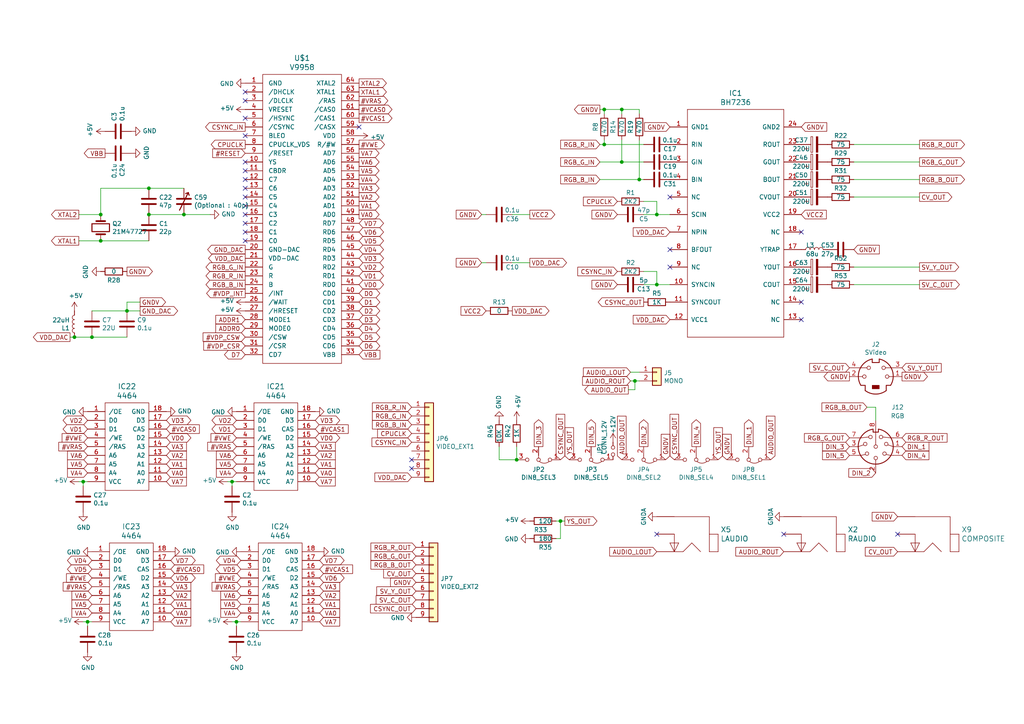
<source format=kicad_sch>
(kicad_sch (version 20211123) (generator eeschema)
  (paper "A4")
  (title_block (title "RetroconT") (date "2020-01-01") (rev "v1.0") (comment 1 "Original Eagle Cad Version by Kevin Cho, ckevin@hanmail.net") (comment 2 "KiCAD by cloudree@naver.com") (comment 3 "for Tower Model"))
  (lib_symbols
    (symbol "Connector:DIN-8" (pin_names (offset 1.016))
      (property "Reference" "J" (at 3.175 5.715 0))
      (property "Value" "DIN-8" (at 2.032 -5.842 0))
      (symbol "DIN-8_1_1"
        (pin passive line (at -7.62 0 0) (length 2.54) (name "~") (number "1"))
        (pin passive line (at 0 7.62 270) (length 2.54) (name "~") (number "2"))
        (pin passive line (at 7.62 0 180) (length 2.54) (name "~") (number "3"))
        (pin passive line (at -7.62 2.54 0) (length 2.54) (name "~") (number "4"))
        (pin passive line (at 7.62 2.54 180) (length 2.54) (name "~") (number "5"))
        (pin passive line (at -7.62 -2.54 0) (length 2.54) (name "~") (number "6"))
        (pin passive line (at 7.62 -2.54 180) (length 2.54) (name "~") (number "7"))
        (pin passive line (at 0 -7.62 90) (length 2.54) (name "~") (number "8"))
      )
    )
    (symbol "Connector:Mini-DIN-4" (pin_names (offset 1.016))
      (property "Reference" "J" (at 0 6.35 0))
      (property "Value" "Mini-DIN-4" (at 0 -6.35 0))
      (symbol "Mini-DIN-4_1_1"
        (pin passive line (at 7.62 0 180) (length 2.54) (name "~") (number "1"))
        (pin passive line (at -7.62 0 0) (length 2.54) (name "~") (number "2"))
        (pin passive line (at 7.62 2.54 180) (length 2.54) (name "~") (number "3"))
        (pin passive line (at -7.62 2.54 0) (length 2.54) (name "~") (number "4"))
      )
    )
    (symbol "Connector_Generic:Conn_01x02" (pin_names (offset 1.016) hide)
      (property "Reference" "J" (at 0 2.54 0))
      (property "Value" "Conn_01x02" (at 0 -5.08 0))
      (symbol "Conn_01x02_1_1"
        (pin passive line (at -5.08 0 0) (length 3.81) (name "Pin_1") (number "1"))
        (pin passive line (at -5.08 -2.54 0) (length 3.81) (name "Pin_2") (number "2"))
      )
    )
    (symbol "Connector_Generic:Conn_01x09" (pin_names (offset 1.016) hide)
      (property "Reference" "J" (at 0 12.7 0))
      (property "Value" "Conn_01x09" (at 0 -12.7 0))
      (symbol "Conn_01x09_1_1"
        (pin passive line (at -5.08 10.16 0) (length 3.81) (name "Pin_1") (number "1"))
        (pin passive line (at -5.08 7.62 0) (length 3.81) (name "Pin_2") (number "2"))
        (pin passive line (at -5.08 5.08 0) (length 3.81) (name "Pin_3") (number "3"))
        (pin passive line (at -5.08 2.54 0) (length 3.81) (name "Pin_4") (number "4"))
        (pin passive line (at -5.08 0 0) (length 3.81) (name "Pin_5") (number "5"))
        (pin passive line (at -5.08 -2.54 0) (length 3.81) (name "Pin_6") (number "6"))
        (pin passive line (at -5.08 -5.08 0) (length 3.81) (name "Pin_7") (number "7"))
        (pin passive line (at -5.08 -7.62 0) (length 3.81) (name "Pin_8") (number "8"))
        (pin passive line (at -5.08 -10.16 0) (length 3.81) (name "Pin_9") (number "9"))
      )
    )
    (symbol "Device:C" (pin_numbers hide) (pin_names (offset 0.254))
      (property "Reference" "C" (at 0.635 2.54 0))
      (property "Value" "C" (at 0.635 -2.54 0))
      (symbol "C_1_1"
        (pin passive line (at 0 3.81 270) (length 2.794) (name "~") (number "1"))
        (pin passive line (at 0 -3.81 90) (length 2.794) (name "~") (number "2"))
      )
    )
    (symbol "Device:CP" (pin_numbers hide) (pin_names (offset 0.254))
      (property "Reference" "C" (at 0.635 2.54 0))
      (property "Value" "Device_CP" (at 0.635 -2.54 0))
      (symbol "CP_1_1"
        (pin passive line (at 0 3.81 270) (length 2.794) (name "~") (number "1"))
        (pin passive line (at 0 -3.81 90) (length 2.794) (name "~") (number "2"))
      )
    )
    (symbol "Device:C_Variable" (pin_numbers hide) (pin_names (offset 0.254) hide)
      (property "Reference" "C" (at 0.635 -1.905 0))
      (property "Value" "C_Variable" (at 0.635 -3.81 0))
      (symbol "C_Variable_1_1"
        (pin passive line (at 0 3.81 270) (length 3.048) (name "~") (number "1"))
        (pin passive line (at 0 -3.81 90) (length 3.048) (name "~") (number "2"))
      )
    )
    (symbol "Device:Crystal" (pin_numbers hide) (pin_names (offset 1.016) hide)
      (property "Reference" "Y" (at 0 3.81 0))
      (property "Value" "Crystal" (at 0 -3.81 0))
      (symbol "Crystal_1_1"
        (pin passive line (at -3.81 0 0) (length 1.27) (name "1") (number "1"))
        (pin passive line (at 3.81 0 180) (length 1.27) (name "2") (number "2"))
      )
    )
    (symbol "Device:Jumper_NO_Small" (pin_numbers hide) (pin_names (offset 0.762) hide)
      (property "Reference" "JP" (at 0 2.032 0))
      (property "Value" "Device_Jumper_NO_Small" (at 0.254 -1.524 0))
      (symbol "Jumper_NO_Small_0_1"
        (pin passive line (at -2.54 0 0) (length 1.016) (name "1") (number "1"))
        (pin passive line (at 2.54 0 180) (length 1.016) (name "2") (number "2"))
      )
    )
    (symbol "Device:L" (pin_numbers hide) (pin_names (offset 1.016) hide)
      (property "Reference" "L" (at -1.27 0 90))
      (property "Value" "L" (at 1.905 0 90))
      (symbol "L_1_1"
        (pin passive line (at 0 3.81 270) (length 1.27) (name "1") (number "1"))
        (pin passive line (at 0 -3.81 90) (length 1.27) (name "2") (number "2"))
      )
    )
    (symbol "Device:R" (pin_numbers hide) (pin_names (offset 0))
      (property "Reference" "R" (at 2.032 0 90))
      (property "Value" "R" (at 0 0 90))
      (symbol "R_1_1"
        (pin passive line (at 0 3.81 270) (length 1.27) (name "~") (number "1"))
        (pin passive line (at 0 -3.81 90) (length 1.27) (name "~") (number "2"))
      )
    )
    (symbol "Jumper:Jumper_3_Bridged12" (pin_names (offset 0) hide)
      (property "Reference" "JP" (at -2.54 -2.54 0))
      (property "Value" "Jumper_3_Bridged12" (at 0 2.794 0))
      (symbol "Jumper_3_Bridged12_1_1"
        (pin passive line (at -6.35 0 0) (length 2.54) (name "A") (number "1"))
        (pin input line (at 0 -3.81 90) (length 2.54) (name "C") (number "2"))
        (pin passive line (at 6.35 0 180) (length 2.54) (name "B") (number "3"))
      )
    )
    (symbol "RetroConT-rescue:4464-cloudree_memory-RetroCon-rescue" (pin_names (offset 1.016))
      (property "Reference" "U" (at 3.81 13.97 0))
      (property "Value" "4464-cloudree_memory-RetroCon-rescue" (at -3.81 13.97 0))
      (symbol "4464-cloudree_memory-RetroCon-rescue_1_1"
        (pin input line (at -11.43 10.16 0) (length 5.08) (name "/OE") (number "1"))
        (pin input line (at 11.43 -10.16 180) (length 5.08) (name "A7") (number "10"))
        (pin input line (at 11.43 -7.62 180) (length 5.08) (name "A0") (number "11"))
        (pin input line (at 11.43 -5.08 180) (length 5.08) (name "A1") (number "12"))
        (pin input line (at 11.43 -2.54 180) (length 5.08) (name "A2") (number "13"))
        (pin input line (at 11.43 0 180) (length 5.08) (name "A3") (number "14"))
        (pin bidirectional line (at 11.43 2.54 180) (length 5.08) (name "D2") (number "15"))
        (pin input line (at 11.43 5.08 180) (length 5.08) (name "CAS") (number "16"))
        (pin bidirectional line (at 11.43 7.62 180) (length 5.08) (name "D3") (number "17"))
        (pin input line (at 11.43 10.16 180) (length 5.08) (name "GND") (number "18"))
        (pin bidirectional line (at -11.43 7.62 0) (length 5.08) (name "D0") (number "2"))
        (pin bidirectional line (at -11.43 5.08 0) (length 5.08) (name "D1") (number "3"))
        (pin input line (at -11.43 2.54 0) (length 5.08) (name "/WE") (number "4"))
        (pin input line (at -11.43 0 0) (length 5.08) (name "/RAS") (number "5"))
        (pin input line (at -11.43 -2.54 0) (length 5.08) (name "A6") (number "6"))
        (pin input line (at -11.43 -5.08 0) (length 5.08) (name "A5") (number "7"))
        (pin input line (at -11.43 -7.62 0) (length 5.08) (name "A4") (number "8"))
        (pin input line (at -11.43 -10.16 0) (length 5.08) (name "VCC") (number "9"))
      )
    )
    (symbol "RetroConT-rescue:BH7236-cloudree_amp" (pin_names (offset 1.016))
      (property "Value" "BH7236-cloudree_amp" (at -5.08 25.4 0))
      (symbol "BH7236-cloudree_amp_1_0"
        (pin bidirectional line (at -20.32 20.32 0) (length 5.08) (name "GND1") (number "1"))
        (pin bidirectional line (at -20.32 -25.4 0) (length 5.08) (name "SYNCIN") (number "10"))
        (pin bidirectional line (at -20.32 -30.48 0) (length 5.08) (name "SYNCOUT") (number "11"))
        (pin bidirectional line (at -20.32 -35.56 0) (length 5.08) (name "VCC1") (number "12"))
        (pin bidirectional line (at 17.78 -35.56 180) (length 5.08) (name "NC") (number "13"))
        (pin bidirectional line (at 17.78 -30.48 180) (length 5.08) (name "NC") (number "14"))
        (pin bidirectional line (at 17.78 -25.4 180) (length 5.08) (name "COUT") (number "15"))
        (pin bidirectional line (at 17.78 -20.32 180) (length 5.08) (name "YOUT") (number "16"))
        (pin bidirectional line (at 17.78 -15.24 180) (length 5.08) (name "YTRAP") (number "17"))
        (pin bidirectional line (at 17.78 -10.16 180) (length 5.08) (name "NC") (number "18"))
        (pin bidirectional line (at 17.78 -5.08 180) (length 5.08) (name "VCC2") (number "19"))
        (pin bidirectional line (at -20.32 15.24 0) (length 5.08) (name "RIN") (number "2"))
        (pin bidirectional line (at 17.78 0 180) (length 5.08) (name "CVOUT") (number "20"))
        (pin bidirectional line (at 17.78 5.08 180) (length 5.08) (name "BOUT") (number "21"))
        (pin bidirectional line (at 17.78 10.16 180) (length 5.08) (name "GOUT") (number "22"))
        (pin bidirectional line (at 17.78 15.24 180) (length 5.08) (name "ROUT") (number "23"))
        (pin bidirectional line (at 17.78 20.32 180) (length 5.08) (name "GND2") (number "24"))
        (pin bidirectional line (at -20.32 10.16 0) (length 5.08) (name "GIN") (number "3"))
        (pin bidirectional line (at -20.32 5.08 0) (length 5.08) (name "BIN") (number "4"))
        (pin bidirectional line (at -20.32 0 0) (length 5.08) (name "NC") (number "5"))
        (pin bidirectional line (at -20.32 -5.08 0) (length 5.08) (name "SCIN") (number "6"))
        (pin bidirectional line (at -20.32 -10.16 0) (length 5.08) (name "NPIN") (number "7"))
        (pin bidirectional line (at -20.32 -15.24 0) (length 5.08) (name "BFOUT") (number "8"))
        (pin bidirectional line (at -20.32 -20.32 0) (length 5.08) (name "NC") (number "9"))
      )
    )
    (symbol "RetroConT-rescue:PJRAN1X1U03AUX-RetroCon-eagle-import-RetroCon-rescue" (pin_names (offset 1.016))
      (property "Reference" "X" (at -2.54 8.89 0))
      (property "Value" "PJRAN1X1U03AUX-RetroCon-eagle-import-RetroCon-rescue" (at -2.54 -3.81 0))
      (symbol "PJRAN1X1U03AUX-RetroCon-eagle-import-RetroCon-rescue_1_0"
        (pin passive line (at 7.62 -5.08 180) (length 5.08) (name "1") (number "1"))
        (pin passive line (at 7.62 5.08 180) (length 5.08) (name "2") (number "2"))
        (pin passive line (at 7.62 0 180) (length 5.08) (name "3") (number "3"))
      )
    )
    (symbol "RetroConT-rescue:V9958-cloudree_msx-RetroCon-rescue" (pin_names (offset 1.6256))
      (property "Reference" "U" (at 7.62 43.18 0))
      (property "Value" "V9958-cloudree_msx-RetroCon-rescue" (at -5.08 43.18 0))
      (symbol "V9958-cloudree_msx-RetroCon-rescue_1_1"
        (pin power_in line (at -16.51 39.37 0) (length 5.08) (name "GND") (number "1"))
        (pin output line (at -16.51 16.51 0) (length 5.08) (name "YS") (number "10"))
        (pin input line (at -16.51 13.97 0) (length 5.08) (name "CBDR") (number "11"))
        (pin input line (at -16.51 11.43 0) (length 5.08) (name "C7") (number "12"))
        (pin input line (at -16.51 8.89 0) (length 5.08) (name "C6") (number "13"))
        (pin input line (at -16.51 6.35 0) (length 5.08) (name "C5") (number "14"))
        (pin input line (at -16.51 3.81 0) (length 5.08) (name "C4") (number "15"))
        (pin input line (at -16.51 1.27 0) (length 5.08) (name "C3") (number "16"))
        (pin input line (at -16.51 -1.27 0) (length 5.08) (name "C2") (number "17"))
        (pin input line (at -16.51 -3.81 0) (length 5.08) (name "C1") (number "18"))
        (pin input line (at -16.51 -6.35 0) (length 5.08) (name "C0") (number "19"))
        (pin input line (at -16.51 36.83 0) (length 5.08) (name "/DHCLK") (number "2"))
        (pin input line (at -16.51 -8.89 0) (length 5.08) (name "GND-DAC") (number "20"))
        (pin input line (at -16.51 -11.43 0) (length 5.08) (name "VDD-DAC") (number "21"))
        (pin output line (at -16.51 -13.97 0) (length 5.08) (name "G") (number "22"))
        (pin output line (at -16.51 -16.51 0) (length 5.08) (name "R") (number "23"))
        (pin output line (at -16.51 -19.05 0) (length 5.08) (name "B") (number "24"))
        (pin input line (at -16.51 -21.59 0) (length 5.08) (name "/INT") (number "25"))
        (pin input line (at -16.51 -24.13 0) (length 5.08) (name "/WAIT") (number "26"))
        (pin input line (at -16.51 -26.67 0) (length 5.08) (name "/HRESET") (number "27"))
        (pin input line (at -16.51 -29.21 0) (length 5.08) (name "MODE1") (number "28"))
        (pin input line (at -16.51 -31.75 0) (length 5.08) (name "MODE0") (number "29"))
        (pin input line (at -16.51 34.29 0) (length 5.08) (name "/DLCLK") (number "3"))
        (pin input line (at -16.51 -34.29 0) (length 5.08) (name "/CSW") (number "30"))
        (pin input line (at -16.51 -36.83 0) (length 5.08) (name "/CSR") (number "31"))
        (pin input line (at -16.51 -39.37 0) (length 5.08) (name "CD7") (number "32"))
        (pin input line (at 16.51 -39.37 180) (length 5.08) (name "VBB") (number "33"))
        (pin bidirectional line (at 16.51 -36.83 180) (length 5.08) (name "CD6") (number "34"))
        (pin bidirectional line (at 16.51 -34.29 180) (length 5.08) (name "CD5") (number "35"))
        (pin bidirectional line (at 16.51 -31.75 180) (length 5.08) (name "CD4") (number "36"))
        (pin bidirectional line (at 16.51 -29.21 180) (length 5.08) (name "CD3") (number "37"))
        (pin bidirectional line (at 16.51 -26.67 180) (length 5.08) (name "CD2") (number "38"))
        (pin bidirectional line (at 16.51 -24.13 180) (length 5.08) (name "CD1") (number "39"))
        (pin input line (at -16.51 31.75 0) (length 5.08) (name "VRESET") (number "4"))
        (pin bidirectional line (at 16.51 -21.59 180) (length 5.08) (name "CD0") (number "40"))
        (pin bidirectional line (at 16.51 -19.05 180) (length 5.08) (name "RD0") (number "41"))
        (pin bidirectional line (at 16.51 -16.51 180) (length 5.08) (name "RD1") (number "42"))
        (pin bidirectional line (at 16.51 -13.97 180) (length 5.08) (name "RD2") (number "43"))
        (pin bidirectional line (at 16.51 -11.43 180) (length 5.08) (name "RD3") (number "44"))
        (pin bidirectional line (at 16.51 -8.89 180) (length 5.08) (name "RD4") (number "45"))
        (pin bidirectional line (at 16.51 -6.35 180) (length 5.08) (name "RD5") (number "46"))
        (pin bidirectional line (at 16.51 -3.81 180) (length 5.08) (name "RD6") (number "47"))
        (pin bidirectional line (at 16.51 -1.27 180) (length 5.08) (name "RD7") (number "48"))
        (pin output line (at 16.51 1.27 180) (length 5.08) (name "AD0") (number "49"))
        (pin output line (at -16.51 29.21 0) (length 5.08) (name "/HSYNC") (number "5"))
        (pin output line (at 16.51 3.81 180) (length 5.08) (name "AD1") (number "50"))
        (pin output line (at 16.51 6.35 180) (length 5.08) (name "AD2") (number "51"))
        (pin output line (at 16.51 8.89 180) (length 5.08) (name "AD3") (number "52"))
        (pin output line (at 16.51 11.43 180) (length 5.08) (name "AD4") (number "53"))
        (pin output line (at 16.51 13.97 180) (length 5.08) (name "AD5") (number "54"))
        (pin output line (at 16.51 16.51 180) (length 5.08) (name "AD6") (number "55"))
        (pin output line (at 16.51 19.05 180) (length 5.08) (name "AD7") (number "56"))
        (pin output line (at 16.51 21.59 180) (length 5.08) (name "R/#W") (number "57"))
        (pin power_in line (at 16.51 24.13 180) (length 5.08) (name "VDD") (number "58"))
        (pin output line (at 16.51 26.67 180) (length 5.08) (name "/CASX") (number "59"))
        (pin output line (at -16.51 26.67 0) (length 5.08) (name "/CSYNC") (number "6"))
        (pin output line (at 16.51 29.21 180) (length 5.08) (name "/CAS1") (number "60"))
        (pin output line (at 16.51 31.75 180) (length 5.08) (name "/CAS0") (number "61"))
        (pin output line (at 16.51 34.29 180) (length 5.08) (name "/RAS") (number "62"))
        (pin input line (at 16.51 36.83 180) (length 5.08) (name "XTAL1") (number "63"))
        (pin input line (at 16.51 39.37 180) (length 5.08) (name "XTAL2") (number "64"))
        (pin input line (at -16.51 24.13 0) (length 5.08) (name "BLEO") (number "7"))
        (pin output line (at -16.51 21.59 0) (length 5.08) (name "CPUCLK_VDS") (number "8"))
        (pin input line (at -16.51 19.05 0) (length 5.08) (name "/RESET") (number "9"))
      )
    )
    (symbol "power:+12V" (power) (pin_names (offset 0))
      (property "Value" "+12V" (at 0 3.556 0))
      (symbol "+12V_1_1"
        (pin power_in line (at 0 0 90) (length 0) hide (name "+12V") (number "1"))
      )
    )
    (symbol "power:+5V" (power) (pin_names (offset 0))
      (property "Value" "+5V" (at 0 3.556 0))
      (symbol "+5V_1_1"
        (pin power_in line (at 0 0 90) (length 0) hide (name "+5V") (number "1"))
      )
    )
    (symbol "power:GND" (power) (pin_names (offset 0))
      (property "Value" "GND" (at 0 -3.81 0))
      (symbol "GND_1_1"
        (pin power_in line (at 0 0 270) (length 0) hide (name "GND") (number "1"))
      )
    )
    (symbol "power:GNDA" (power) (pin_names (offset 0))
      (property "Value" "GNDA" (at 0 -3.81 0))
      (symbol "GNDA_1_1"
        (pin power_in line (at 0 0 270) (length 0) hide (name "GNDA") (number "1"))
      )
    )
  )
  (junction (at 29.21 69.85))
  (junction (at 67.31 139.7))
  (junction (at 25.4 180.34))
  (junction (at 68.58 180.34))
  (junction (at 180.34 46.99))
  (junction (at 43.18 54.61))
  (junction (at 185.42 52.07))
  (junction (at 21.59 97.79))
  (junction (at 190.5 62.23))
  (junction (at 162.56 151.13))
  (junction (at 26.67 97.79))
  (junction (at 29.21 62.23))
  (junction (at 24.13 139.7))
  (junction (at 36.83 90.17))
  (junction (at 53.34 62.23))
  (junction (at 175.26 31.75))
  (junction (at 184.15 110.49))
  (junction (at 43.18 62.23))
  (junction (at 180.34 31.75))
  (junction (at 190.5 82.55))
  (junction (at 175.26 41.91))
  (junction (at 149.86 133.35))
  (no_connect (at 71.12 29.21))
  (no_connect (at 232.41 67.31))
  (no_connect (at 71.12 34.29))
  (no_connect (at 190.5 154.94))
  (no_connect (at 71.12 62.23))
  (no_connect (at 104.14 36.83))
  (no_connect (at 71.12 67.31))
  (no_connect (at 260.35 154.94))
  (no_connect (at 71.12 39.37))
  (no_connect (at 227.33 154.94))
  (no_connect (at 71.12 54.61))
  (no_connect (at 194.31 72.39))
  (no_connect (at 71.12 64.77))
  (no_connect (at 194.31 77.47))
  (no_connect (at 232.41 87.63))
  (no_connect (at 119.38 135.89))
  (no_connect (at 71.12 59.69))
  (no_connect (at 71.12 57.15))
  (no_connect (at 71.12 69.85))
  (no_connect (at 119.38 133.35))
  (no_connect (at 232.41 92.71))
  (no_connect (at 71.12 46.99))
  (no_connect (at 71.12 52.07))
  (no_connect (at 71.12 26.67))
  (no_connect (at 71.12 49.53))
  (no_connect (at 194.31 57.15))
  (wire (pts (xy 185.42 52.07) (xy 173.99 52.07)))
  (wire (pts (xy 180.34 40.64) (xy 180.34 46.99)))
  (wire (pts (xy 180.34 33.02) (xy 180.34 31.75)))
  (wire (pts (xy 26.67 97.79) (xy 36.83 97.79)))
  (wire (pts (xy 69.85 180.34) (xy 68.58 180.34)))
  (wire (pts (xy 29.21 69.85) (xy 43.18 69.85)))
  (wire (pts (xy 24.13 139.7) (xy 24.13 140.97)))
  (wire (pts (xy 25.4 180.34) (xy 25.4 181.61)))
  (wire (pts (xy 25.4 139.7) (xy 24.13 139.7)))
  (wire (pts (xy 68.58 180.34) (xy 67.31 180.34)))
  (wire (pts (xy 148.59 76.2) (xy 153.67 76.2)))
  (wire (pts (xy 180.34 46.99) (xy 186.69 46.99)))
  (wire (pts (xy 247.65 46.99) (xy 266.7 46.99)))
  (wire (pts (xy 186.69 82.55) (xy 190.5 82.55)))
  (wire (pts (xy 68.58 139.7) (xy 67.31 139.7)))
  (wire (pts (xy 185.42 31.75) (xy 180.34 31.75)))
  (wire (pts (xy 190.5 58.42) (xy 186.69 58.42)))
  (wire (pts (xy 247.65 77.47) (xy 266.7 77.47)))
  (wire (pts (xy 53.34 54.61) (xy 43.18 54.61)))
  (wire (pts (xy 25.4 180.34) (xy 24.13 180.34)))
  (wire (pts (xy 185.42 33.02) (xy 185.42 31.75)))
  (wire (pts (xy 68.58 180.34) (xy 68.58 181.61)))
  (wire (pts (xy 247.65 52.07) (xy 266.7 52.07)))
  (wire (pts (xy 21.59 97.79) (xy 20.32 97.79)))
  (wire (pts (xy 40.64 90.17) (xy 36.83 90.17)))
  (wire (pts (xy 185.42 110.49) (xy 184.15 110.49)))
  (wire (pts (xy 175.26 33.02) (xy 175.26 31.75)))
  (wire (pts (xy 43.18 54.61) (xy 29.21 54.61)))
  (wire (pts (xy 190.5 78.74) (xy 190.5 82.55)))
  (wire (pts (xy 182.245 113.03) (xy 184.15 113.03)))
  (wire (pts (xy 247.65 57.15) (xy 266.7 57.15)))
  (wire (pts (xy 26.67 180.34) (xy 25.4 180.34)))
  (wire (pts (xy 26.67 90.17) (xy 36.83 90.17)))
  (wire (pts (xy 254 118.11) (xy 254 121.92)))
  (wire (pts (xy 29.21 54.61) (xy 29.21 62.23)))
  (wire (pts (xy 26.67 97.79) (xy 21.59 97.79)))
  (wire (pts (xy 67.31 139.7) (xy 67.31 140.97)))
  (wire (pts (xy 190.5 62.23) (xy 190.5 58.42)))
  (wire (pts (xy 247.65 41.91) (xy 266.7 41.91)))
  (wire (pts (xy 186.69 52.07) (xy 185.42 52.07)))
  (wire (pts (xy 67.31 139.7) (xy 66.04 139.7)))
  (wire (pts (xy 175.26 31.75) (xy 173.99 31.75)))
  (wire (pts (xy 53.34 62.23) (xy 60.96 62.23)))
  (wire (pts (xy 162.56 151.13) (xy 163.83 151.13)))
  (wire (pts (xy 173.99 46.99) (xy 180.34 46.99)))
  (wire (pts (xy 247.65 82.55) (xy 266.7 82.55)))
  (wire (pts (xy 24.13 139.7) (xy 22.86 139.7)))
  (wire (pts (xy 161.29 151.13) (xy 162.56 151.13)))
  (wire (pts (xy 194.31 62.23) (xy 190.5 62.23)))
  (wire (pts (xy 190.5 82.55) (xy 194.31 82.55)))
  (wire (pts (xy 184.15 113.03) (xy 184.15 110.49)))
  (wire (pts (xy 175.26 41.91) (xy 173.99 41.91)))
  (wire (pts (xy 144.78 129.54) (xy 144.78 133.35)))
  (wire (pts (xy 139.7 76.2) (xy 140.97 76.2)))
  (wire (pts (xy 182.88 107.95) (xy 185.42 107.95)))
  (wire (pts (xy 22.86 62.23) (xy 29.21 62.23)))
  (wire (pts (xy 149.86 129.54) (xy 149.86 133.35)))
  (wire (pts (xy 36.83 87.63) (xy 36.83 90.17)))
  (wire (pts (xy 43.18 62.23) (xy 53.34 62.23)))
  (wire (pts (xy 40.64 87.63) (xy 36.83 87.63)))
  (wire (pts (xy 186.69 41.91) (xy 175.26 41.91)))
  (wire (pts (xy 140.97 62.23) (xy 139.7 62.23)))
  (wire (pts (xy 162.56 151.13) (xy 162.56 156.21)))
  (wire (pts (xy 175.26 40.64) (xy 175.26 41.91)))
  (wire (pts (xy 144.78 133.35) (xy 149.86 133.35)))
  (wire (pts (xy 161.29 156.21) (xy 162.56 156.21)))
  (wire (pts (xy 180.34 31.75) (xy 175.26 31.75)))
  (wire (pts (xy 186.69 62.23) (xy 190.5 62.23)))
  (wire (pts (xy 251.46 118.11) (xy 254 118.11)))
  (wire (pts (xy 184.15 110.49) (xy 182.88 110.49)))
  (wire (pts (xy 22.86 69.85) (xy 29.21 69.85)))
  (wire (pts (xy 148.59 62.23) (xy 153.67 62.23)))
  (wire (pts (xy 186.69 78.74) (xy 190.5 78.74)))
  (wire (pts (xy 185.42 40.64) (xy 185.42 52.07)))
  (global_label "CSYNC_IN" (shape input) (at 119.38 128.27 180) (property "Intersheet References" "${INTERSHEET_REFS}" (effects hide)))
  (global_label "VA1" (shape input) (at 91.44 134.62 0) (property "Intersheet References" "${INTERSHEET_REFS}" (effects hide)))
  (global_label "SV_Y_OUT" (shape input) (at 261.62 106.68 0) (property "Intersheet References" "${INTERSHEET_REFS}" (effects hide)))
  (global_label "VCC2" (shape output) (at 153.67 62.23 0) (property "Intersheet References" "${INTERSHEET_REFS}" (effects hide)))
  (global_label "VA2" (shape input) (at 92.71 172.72 0) (property "Intersheet References" "${INTERSHEET_REFS}" (effects hide)))
  (global_label "GNDV" (shape input) (at 139.7 76.2 180) (property "Intersheet References" "${INTERSHEET_REFS}" (effects hide)))
  (global_label "GNDV" (shape input) (at 194.31 36.83 180) (property "Intersheet References" "${INTERSHEET_REFS}" (effects hide)))
  (global_label "#VRAS" (shape input) (at 25.4 129.54 180) (property "Intersheet References" "${INTERSHEET_REFS}" (effects hide)))
  (global_label "VD2" (shape bidirectional) (at 25.4 121.92 180) (property "Intersheet References" "${INTERSHEET_REFS}" (effects hide)))
  (global_label "VD0" (shape bidirectional) (at 104.14 82.55 0) (property "Intersheet References" "${INTERSHEET_REFS}" (effects hide)))
  (global_label "VDD_DAC" (shape output) (at 148.59 90.17 0) (property "Intersheet References" "${INTERSHEET_REFS}" (effects hide)))
  (global_label "GNDV" (shape input) (at 139.7 62.23 180) (property "Intersheet References" "${INTERSHEET_REFS}" (effects hide)))
  (global_label "GNDV" (shape output) (at 261.62 109.22 0) (property "Intersheet References" "${INTERSHEET_REFS}" (effects hide)))
  (global_label "GNDV" (shape input) (at 120.65 168.91 180) (property "Intersheet References" "${INTERSHEET_REFS}" (effects hide)))
  (global_label "RGB_G_IN" (shape input) (at 173.99 46.99 180) (property "Intersheet References" "${INTERSHEET_REFS}" (effects hide)))
  (global_label "CV_OUT" (shape output) (at 266.7 57.15 0) (property "Intersheet References" "${INTERSHEET_REFS}" (effects hide)))
  (global_label "VA7" (shape input) (at 92.71 180.34 0) (property "Intersheet References" "${INTERSHEET_REFS}" (effects hide)))
  (global_label "VD2" (shape bidirectional) (at 68.58 121.92 180) (property "Intersheet References" "${INTERSHEET_REFS}" (effects hide)))
  (global_label "VD6" (shape bidirectional) (at 104.14 67.31 0) (property "Intersheet References" "${INTERSHEET_REFS}" (effects hide)))
  (global_label "#VCAS0" (shape input) (at 48.26 124.46 0) (property "Intersheet References" "${INTERSHEET_REFS}" (effects hide)))
  (global_label "VA4" (shape output) (at 104.14 52.07 0) (property "Intersheet References" "${INTERSHEET_REFS}" (effects hide)))
  (global_label "VD5" (shape bidirectional) (at 26.67 165.1 180) (property "Intersheet References" "${INTERSHEET_REFS}" (effects hide)))
  (global_label "RGB_G_IN" (shape output) (at 71.12 77.47 180) (property "Intersheet References" "${INTERSHEET_REFS}" (effects hide)))
  (global_label "RGB_G_IN" (shape input) (at 119.38 120.65 180) (property "Intersheet References" "${INTERSHEET_REFS}" (effects hide)))
  (global_label "CSYNC_OUT" (shape input) (at 120.65 176.53 180) (property "Intersheet References" "${INTERSHEET_REFS}" (effects hide)))
  (global_label "VA0" (shape input) (at 48.26 137.16 0) (property "Intersheet References" "${INTERSHEET_REFS}" (effects hide)))
  (global_label "#VRAS" (shape input) (at 69.85 170.18 180) (property "Intersheet References" "${INTERSHEET_REFS}" (effects hide)))
  (global_label "YS_OUT" (shape input) (at 165.1 133.35 90) (property "Intersheet References" "${INTERSHEET_REFS}" (effects hide)))
  (global_label "GND_DAC" (shape output) (at 40.64 90.17 0) (property "Intersheet References" "${INTERSHEET_REFS}" (effects hide)))
  (global_label "VD0" (shape bidirectional) (at 91.44 127 0) (property "Intersheet References" "${INTERSHEET_REFS}" (effects hide)))
  (global_label "VA5" (shape input) (at 69.85 175.26 180) (property "Intersheet References" "${INTERSHEET_REFS}" (effects hide)))
  (global_label "VA2" (shape input) (at 48.26 132.08 0) (property "Intersheet References" "${INTERSHEET_REFS}" (effects hide)))
  (global_label "DIN_1" (shape output) (at 217.17 129.54 90) (property "Intersheet References" "${INTERSHEET_REFS}" (effects hide)))
  (global_label "VA2" (shape output) (at 104.14 57.15 0) (property "Intersheet References" "${INTERSHEET_REFS}" (effects hide)))
  (global_label "GNDV" (shape input) (at 179.07 62.23 180) (property "Intersheet References" "${INTERSHEET_REFS}" (effects hide)))
  (global_label "XTAL2" (shape output) (at 104.14 24.13 0) (property "Intersheet References" "${INTERSHEET_REFS}" (effects hide)))
  (global_label "RGB_R_OUT" (shape input) (at 120.65 158.75 180) (property "Intersheet References" "${INTERSHEET_REFS}" (effects hide)))
  (global_label "#VCAS0" (shape output) (at 104.14 31.75 0) (property "Intersheet References" "${INTERSHEET_REFS}" (effects hide)))
  (global_label "CSYNC_OUT" (shape input) (at 195.58 133.35 90) (property "Intersheet References" "${INTERSHEET_REFS}" (effects hide)))
  (global_label "D2" (shape bidirectional) (at 104.14 90.17 0) (property "Intersheet References" "${INTERSHEET_REFS}" (effects hide)))
  (global_label "#VCAS1" (shape input) (at 92.71 165.1 0) (property "Intersheet References" "${INTERSHEET_REFS}" (effects hide)))
  (global_label "GNDV" (shape output) (at 40.64 87.63 0) (property "Intersheet References" "${INTERSHEET_REFS}" (effects hide)))
  (global_label "VD3" (shape bidirectional) (at 48.26 121.92 0) (property "Intersheet References" "${INTERSHEET_REFS}" (effects hide)))
  (global_label "CSYNC_IN" (shape input) (at 179.07 78.74 180) (property "Intersheet References" "${INTERSHEET_REFS}" (effects hide)))
  (global_label "D1" (shape bidirectional) (at 104.14 87.63 0) (property "Intersheet References" "${INTERSHEET_REFS}" (effects hide)))
  (global_label "VCC2" (shape input) (at 140.97 90.17 180) (property "Intersheet References" "${INTERSHEET_REFS}" (effects hide)))
  (global_label "#VWE" (shape input) (at 69.85 167.64 180) (property "Intersheet References" "${INTERSHEET_REFS}" (effects hide)))
  (global_label "VD6" (shape bidirectional) (at 92.71 167.64 0) (property "Intersheet References" "${INTERSHEET_REFS}" (effects hide)))
  (global_label "#VRAS" (shape input) (at 68.58 129.54 180) (property "Intersheet References" "${INTERSHEET_REFS}" (effects hide)))
  (global_label "VD1" (shape bidirectional) (at 68.58 124.46 180) (property "Intersheet References" "${INTERSHEET_REFS}" (effects hide)))
  (global_label "AUDIO_OUT" (shape output) (at 182.245 113.03 180) (property "Intersheet References" "${INTERSHEET_REFS}" (effects hide)))
  (global_label "RGB_R_IN" (shape output) (at 71.12 80.01 180) (property "Intersheet References" "${INTERSHEET_REFS}" (effects hide)))
  (global_label "DIN_1" (shape input) (at 261.62 129.54 0) (property "Intersheet References" "${INTERSHEET_REFS}" (effects hide)))
  (global_label "VD3" (shape bidirectional) (at 104.14 74.93 0) (property "Intersheet References" "${INTERSHEET_REFS}" (effects hide)))
  (global_label "VDD_DAC" (shape input) (at 119.38 138.43 180) (property "Intersheet References" "${INTERSHEET_REFS}" (effects hide)))
  (global_label "VA0" (shape input) (at 91.44 137.16 0) (property "Intersheet References" "${INTERSHEET_REFS}" (effects hide)))
  (global_label "VD0" (shape bidirectional) (at 48.26 127 0) (property "Intersheet References" "${INTERSHEET_REFS}" (effects hide)))
  (global_label "VD6" (shape bidirectional) (at 49.53 167.64 0) (property "Intersheet References" "${INTERSHEET_REFS}" (effects hide)))
  (global_label "#VDP_INT" (shape output) (at 71.12 85.09 180) (property "Intersheet References" "${INTERSHEET_REFS}" (effects hide)))
  (global_label "VA6" (shape input) (at 69.85 172.72 180) (property "Intersheet References" "${INTERSHEET_REFS}" (effects hide)))
  (global_label "VA7" (shape input) (at 49.53 180.34 0) (property "Intersheet References" "${INTERSHEET_REFS}" (effects hide)))
  (global_label "D6" (shape bidirectional) (at 104.14 100.33 0) (property "Intersheet References" "${INTERSHEET_REFS}" (effects hide)))
  (global_label "#VDP_CSR" (shape input) (at 71.12 100.33 180) (property "Intersheet References" "${INTERSHEET_REFS}" (effects hide)))
  (global_label "XTAL1" (shape output) (at 22.86 69.85 180) (property "Intersheet References" "${INTERSHEET_REFS}" (effects hide)))
  (global_label "VA1" (shape output) (at 104.14 59.69 0) (property "Intersheet References" "${INTERSHEET_REFS}" (effects hide)))
  (global_label "SV_Y_OUT" (shape output) (at 266.7 77.47 0) (property "Intersheet References" "${INTERSHEET_REFS}" (effects hide)))
  (global_label "#VWE" (shape input) (at 68.58 127 180) (property "Intersheet References" "${INTERSHEET_REFS}" (effects hide)))
  (global_label "VA6" (shape input) (at 68.58 132.08 180) (property "Intersheet References" "${INTERSHEET_REFS}" (effects hide)))
  (global_label "GNDV" (shape input) (at 193.04 133.35 90) (property "Intersheet References" "${INTERSHEET_REFS}" (effects hide)))
  (global_label "VA2" (shape input) (at 49.53 172.72 0) (property "Intersheet References" "${INTERSHEET_REFS}" (effects hide)))
  (global_label "D0" (shape bidirectional) (at 104.14 85.09 0) (property "Intersheet References" "${INTERSHEET_REFS}" (effects hide)))
  (global_label "RGB_B_IN" (shape input) (at 173.99 52.07 180) (property "Intersheet References" "${INTERSHEET_REFS}" (effects hide)))
  (global_label "DIN_5" (shape input) (at 246.38 132.08 180) (property "Intersheet References" "${INTERSHEET_REFS}" (effects hide)))
  (global_label "YS_OUT" (shape input) (at 208.28 133.35 90) (property "Intersheet References" "${INTERSHEET_REFS}" (effects hide)))
  (global_label "VDD_DAC" (shape input) (at 194.31 67.31 180) (property "Intersheet References" "${INTERSHEET_REFS}" (effects hide)))
  (global_label "GNDV" (shape output) (at 36.83 78.74 0) (property "Intersheet References" "${INTERSHEET_REFS}" (effects hide)))
  (global_label "AUDIO_LOUT" (shape input) (at 182.88 107.95 180) (property "Intersheet References" "${INTERSHEET_REFS}" (effects hide)))
  (global_label "RGB_G_OUT" (shape input) (at 246.38 127 180) (property "Intersheet References" "${INTERSHEET_REFS}" (effects hide)))
  (global_label "VA3" (shape input) (at 91.44 129.54 0) (property "Intersheet References" "${INTERSHEET_REFS}" (effects hide)))
  (global_label "#VWE" (shape input) (at 25.4 127 180) (property "Intersheet References" "${INTERSHEET_REFS}" (effects hide)))
  (global_label "GNDV" (shape input) (at 260.35 149.86 180) (property "Intersheet References" "${INTERSHEET_REFS}" (effects hide)))
  (global_label "VD7" (shape bidirectional) (at 49.53 162.56 0) (property "Intersheet References" "${INTERSHEET_REFS}" (effects hide)))
  (global_label "RGB_R_IN" (shape input) (at 173.99 41.91 180) (property "Intersheet References" "${INTERSHEET_REFS}" (effects hide)))
  (global_label "VA4" (shape input) (at 68.58 137.16 180) (property "Intersheet References" "${INTERSHEET_REFS}" (effects hide)))
  (global_label "VDD_DAC" (shape input) (at 194.31 92.71 180) (property "Intersheet References" "${INTERSHEET_REFS}" (effects hide)))
  (global_label "VA5" (shape output) (at 104.14 49.53 0) (property "Intersheet References" "${INTERSHEET_REFS}" (effects hide)))
  (global_label "VA5" (shape input) (at 25.4 134.62 180) (property "Intersheet References" "${INTERSHEET_REFS}" (effects hide)))
  (global_label "#VCAS1" (shape output) (at 104.14 34.29 0) (property "Intersheet References" "${INTERSHEET_REFS}" (effects hide)))
  (global_label "SV_Y_OUT" (shape input) (at 120.65 171.45 180) (property "Intersheet References" "${INTERSHEET_REFS}" (effects hide)))
  (global_label "DIN_3" (shape input) (at 246.38 129.54 180) (property "Intersheet References" "${INTERSHEET_REFS}" (effects hide)))
  (global_label "VBB" (shape output) (at 30.48 44.45 180) (property "Intersheet References" "${INTERSHEET_REFS}" (effects hide)))
  (global_label "DIN_3" (shape output) (at 156.21 129.54 90) (property "Intersheet References" "${INTERSHEET_REFS}" (effects hide)))
  (global_label "RGB_G_OUT" (shape output) (at 266.7 46.99 0) (property "Intersheet References" "${INTERSHEET_REFS}" (effects hide)))
  (global_label "ADDR0" (shape input) (at 71.12 95.25 180) (property "Intersheet References" "${INTERSHEET_REFS}" (effects hide)))
  (global_label "VA7" (shape input) (at 48.26 139.7 0) (property "Intersheet References" "${INTERSHEET_REFS}" (effects hide)))
  (global_label "VA6" (shape input) (at 26.67 172.72 180) (property "Intersheet References" "${INTERSHEET_REFS}" (effects hide)))
  (global_label "#VCAS1" (shape input) (at 91.44 124.46 0) (property "Intersheet References" "${INTERSHEET_REFS}" (effects hide)))
  (global_label "VD5" (shape bidirectional) (at 104.14 69.85 0) (property "Intersheet References" "${INTERSHEET_REFS}" (effects hide)))
  (global_label "VD7" (shape bidirectional) (at 92.71 162.56 0) (property "Intersheet References" "${INTERSHEET_REFS}" (effects hide)))
  (global_label "VA3" (shape input) (at 92.71 170.18 0) (property "Intersheet References" "${INTERSHEET_REFS}" (effects hide)))
  (global_label "AUDIO_ROUT" (shape input) (at 227.33 160.02 180) (property "Intersheet References" "${INTERSHEET_REFS}" (effects hide)))
  (global_label "DIN_5" (shape output) (at 171.45 129.54 90) (property "Intersheet References" "${INTERSHEET_REFS}" (effects hide)))
  (global_label "VA5" (shape input) (at 68.58 134.62 180) (property "Intersheet References" "${INTERSHEET_REFS}" (effects hide)))
  (global_label "XTAL1" (shape output) (at 104.14 26.67 0) (property "Intersheet References" "${INTERSHEET_REFS}" (effects hide)))
  (global_label "#VRAS" (shape input) (at 26.67 170.18 180) (property "Intersheet References" "${INTERSHEET_REFS}" (effects hide)))
  (global_label "DIN_4" (shape input) (at 261.62 132.08 0) (property "Intersheet References" "${INTERSHEET_REFS}" (effects hide)))
  (global_label "VD3" (shape bidirectional) (at 91.44 121.92 0) (property "Intersheet References" "${INTERSHEET_REFS}" (effects hide)))
  (global_label "CPUCLK" (shape input) (at 119.38 125.73 180) (property "Intersheet References" "${INTERSHEET_REFS}" (effects hide)))
  (global_label "VD1" (shape bidirectional) (at 25.4 124.46 180) (property "Intersheet References" "${INTERSHEET_REFS}" (effects hide)))
  (global_label "XTAL2" (shape output) (at 22.86 62.23 180) (property "Intersheet References" "${INTERSHEET_REFS}" (effects hide)))
  (global_label "D5" (shape bidirectional) (at 104.14 97.79 0) (property "Intersheet References" "${INTERSHEET_REFS}" (effects hide)))
  (global_label "VA1" (shape input) (at 49.53 175.26 0) (property "Intersheet References" "${INTERSHEET_REFS}" (effects hide)))
  (global_label "RGB_B_OUT" (shape output) (at 266.7 52.07 0) (property "Intersheet References" "${INTERSHEET_REFS}" (effects hide)))
  (global_label "VA3" (shape input) (at 49.53 170.18 0) (property "Intersheet References" "${INTERSHEET_REFS}" (effects hide)))
  (global_label "DIN_2" (shape input) (at 254 137.16 180) (property "Intersheet References" "${INTERSHEET_REFS}" (effects hide)))
  (global_label "RGB_R_OUT" (shape output) (at 266.7 41.91 0) (property "Intersheet References" "${INTERSHEET_REFS}" (effects hide)))
  (global_label "VBB" (shape input) (at 104.14 102.87 0) (property "Intersheet References" "${INTERSHEET_REFS}" (effects hide)))
  (global_label "VD5" (shape bidirectional) (at 69.85 165.1 180) (property "Intersheet References" "${INTERSHEET_REFS}" (effects hide)))
  (global_label "RGB_B_IN" (shape output) (at 71.12 82.55 180) (property "Intersheet References" "${INTERSHEET_REFS}" (effects hide)))
  (global_label "DIN_2" (shape output) (at 186.69 129.54 90) (property "Intersheet References" "${INTERSHEET_REFS}" (effects hide)))
  (global_label "VD1" (shape bidirectional) (at 104.14 80.01 0) (property "Intersheet References" "${INTERSHEET_REFS}" (effects hide)))
  (global_label "VA4" (shape input) (at 69.85 177.8 180) (property "Intersheet References" "${INTERSHEET_REFS}" (effects hide)))
  (global_label "AUDIO_ROUT" (shape input) (at 182.88 110.49 180) (property "Intersheet References" "${INTERSHEET_REFS}" (effects hide)))
  (global_label "VA1" (shape input) (at 92.71 175.26 0) (property "Intersheet References" "${INTERSHEET_REFS}" (effects hide)))
  (global_label "AUDIO_OUT" (shape input) (at 223.52 133.35 90) (property "Intersheet References" "${INTERSHEET_REFS}" (effects hide)))
  (global_label "CSYNC_OUT" (shape output) (at 186.69 87.63 180) (property "Intersheet References" "${INTERSHEET_REFS}" (effects hide)))
  (global_label "RGB_G_OUT" (shape input) (at 120.65 161.29 180) (property "Intersheet References" "${INTERSHEET_REFS}" (effects hide)))
  (global_label "VA3" (shape input) (at 48.26 129.54 0) (property "Intersheet References" "${INTERSHEET_REFS}" (effects hide)))
  (global_label "RGB_R_OUT" (shape input) (at 261.62 127 0) (property "Intersheet References" "${INTERSHEET_REFS}" (effects hide)))
  (global_label "VA7" (shape input) (at 91.44 139.7 0) (property "Intersheet References" "${INTERSHEET_REFS}" (effects hide)))
  (global_label "#VWE" (shape output) (at 104.14 41.91 0) (property "Intersheet References" "${INTERSHEET_REFS}" (effects hide)))
  (global_label "#VDP_CSW" (shape input) (at 71.12 97.79 180) (property "Intersheet References" "${INTERSHEET_REFS}" (effects hide)))
  (global_label "VCC2" (shape input) (at 232.41 62.23 0) (property "Intersheet References" "${INTERSHEET_REFS}" (effects hide)))
  (global_label "VA4" (shape input) (at 25.4 137.16 180) (property "Intersheet References" "${INTERSHEET_REFS}" (effects hide)))
  (global_label "RGB_B_IN" (shape input) (at 119.38 123.19 180) (property "Intersheet References" "${INTERSHEET_REFS}" (effects hide)))
  (global_label "SV_C_OUT" (shape input) (at 246.38 106.68 180) (property "Intersheet References" "${INTERSHEET_REFS}" (effects hide)))
  (global_label "CPUCLK" (shape input) (at 179.07 58.42 180) (property "Intersheet References" "${INTERSHEET_REFS}" (effects hide)))
  (global_label "VA5" (shape input) (at 26.67 175.26 180) (property "Intersheet References" "${INTERSHEET_REFS}" (effects hide)))
  (global_label "#RESET" (shape input) (at 71.12 44.45 180) (property "Intersheet References" "${INTERSHEET_REFS}" (effects hide)))
  (global_label "AUDIO_OUT" (shape input) (at 180.34 133.35 90) (property "Intersheet References" "${INTERSHEET_REFS}" (effects hide)))
  (global_label "VA6" (shape output) (at 104.14 46.99 0) (property "Intersheet References" "${INTERSHEET_REFS}" (effects hide)))
  (global_label "#VCAS0" (shape input) (at 49.53 165.1 0) (property "Intersheet References" "${INTERSHEET_REFS}" (effects hide)))
  (global_label "VA3" (shape output) (at 104.14 54.61 0) (property "Intersheet References" "${INTERSHEET_REFS}" (effects hide)))
  (global_label "VDD_DAC" (shape output) (at 153.67 76.2 0) (property "Intersheet References" "${INTERSHEET_REFS}" (effects hide)))
  (global_label "GNDV" (shape input) (at 232.41 36.83 0) (property "Intersheet References" "${INTERSHEET_REFS}" (effects hide)))
  (global_label "D3" (shape bidirectional) (at 104.14 92.71 0) (property "Intersheet References" "${INTERSHEET_REFS}" (effects hide)))
  (global_label "#VRAS" (shape output) (at 104.14 29.21 0) (property "Intersheet References" "${INTERSHEET_REFS}" (effects hide)))
  (global_label "SV_C_OUT" (shape input) (at 120.65 173.99 180) (property "Intersheet References" "${INTERSHEET_REFS}" (effects hide)))
  (global_label "VA4" (shape input) (at 26.67 177.8 180) (property "Intersheet References" "${INTERSHEET_REFS}" (effects hide)))
  (global_label "VDD_DAC" (shape output) (at 20.32 97.79 180) (property "Intersheet References" "${INTERSHEET_REFS}" (effects hide)))
  (global_label "GND_DAC" (shape output) (at 71.12 72.39 180) (property "Intersheet References" "${INTERSHEET_REFS}" (effects hide)))
  (global_label "VD4" (shape bidirectional) (at 104.14 72.39 0) (property "Intersheet References" "${INTERSHEET_REFS}" (effects hide)))
  (global_label "GNDV" (shape input) (at 210.82 133.35 90) (property "Intersheet References" "${INTERSHEET_REFS}" (effects hide)))
  (global_label "CV_OUT" (shape input) (at 260.35 160.02 180) (property "Intersheet References" "${INTERSHEET_REFS}" (effects hide)))
  (global_label "CSYNC_OUT" (shape input) (at 162.56 133.35 90) (property "Intersheet References" "${INTERSHEET_REFS}" (effects hide)))
  (global_label "VD4" (shape bidirectional) (at 69.85 162.56 180) (property "Intersheet References" "${INTERSHEET_REFS}" (effects hide)))
  (global_label "VA7" (shape output) (at 104.14 44.45 0) (property "Intersheet References" "${INTERSHEET_REFS}" (effects hide)))
  (global_label "RGB_B_OUT" (shape input) (at 120.65 163.83 180) (property "Intersheet References" "${INTERSHEET_REFS}" (effects hide)))
  (global_label "VA0" (shape output) (at 104.14 62.23 0) (property "Intersheet References" "${INTERSHEET_REFS}" (effects hide)))
  (global_label "VD7" (shape bidirectional) (at 104.14 64.77 0) (property "Intersheet References" "${INTERSHEET_REFS}" (effects hide)))
  (global_label "VDD_DAC" (shape output) (at 71.12 74.93 180) (property "Intersheet References" "${INTERSHEET_REFS}" (effects hide)))
  (global_label "VA0" (shape input) (at 92.71 177.8 0) (property "Intersheet References" "${INTERSHEET_REFS}" (effects hide)))
  (global_label "D4" (shape bidirectional) (at 104.14 95.25 0) (property "Intersheet References" "${INTERSHEET_REFS}" (effects hide)))
  (global_label "CSYNC_IN" (shape output) (at 71.12 36.83 180) (property "Intersheet References" "${INTERSHEET_REFS}" (effects hide)))
  (global_label "VA2" (shape input) (at 91.44 132.08 0) (property "Intersheet References" "${INTERSHEET_REFS}" (effects hide)))
  (global_label "CPUCLK" (shape output) (at 71.12 41.91 180) (property "Intersheet References" "${INTERSHEET_REFS}" (effects hide)))
  (global_label "AUDIO_LOUT" (shape input) (at 190.5 160.02 180) (property "Intersheet References" "${INTERSHEET_REFS}" (effects hide)))
  (global_label "VD4" (shape bidirectional) (at 26.67 162.56 180) (property "Intersheet References" "${INTERSHEET_REFS}" (effects hide)))
  (global_label "RGB_B_OUT" (shape input) (at 251.46 118.11 180) (property "Intersheet References" "${INTERSHEET_REFS}" (effects hide)))
  (global_label "#VWE" (shape input) (at 26.67 167.64 180) (property "Intersheet References" "${INTERSHEET_REFS}" (effects hide)))
  (global_label "YS_OUT" (shape output) (at 163.83 151.13 0) (property "Intersheet References" "${INTERSHEET_REFS}" (effects hide)))
  (global_label "SV_C_OUT" (shape output) (at 266.7 82.55 0) (property "Intersheet References" "${INTERSHEET_REFS}" (effects hide)))
  (global_label "ADDR1" (shape input) (at 71.12 92.71 180) (property "Intersheet References" "${INTERSHEET_REFS}" (effects hide)))
  (global_label "D7" (shape bidirectional) (at 71.12 102.87 180) (property "Intersheet References" "${INTERSHEET_REFS}" (effects hide)))
  (global_label "VA1" (shape input) (at 48.26 134.62 0) (property "Intersheet References" "${INTERSHEET_REFS}" (effects hide)))
  (global_label "VD2" (shape bidirectional) (at 104.14 77.47 0) (property "Intersheet References" "${INTERSHEET_REFS}" (effects hide)))
  (global_label "GNDV" (shape input) (at 179.07 82.55 180) (property "Intersheet References" "${INTERSHEET_REFS}" (effects hide)))
  (global_label "VA0" (shape input) (at 49.53 177.8 0) (property "Intersheet References" "${INTERSHEET_REFS}" (effects hide)))
  (global_label "GNDV" (shape output) (at 246.38 109.22 180) (property "Intersheet References" "${INTERSHEET_REFS}" (effects hide)))
  (global_label "VA6" (shape input) (at 25.4 132.08 180) (property "Intersheet References" "${INTERSHEET_REFS}" (effects hide)))
  (global_label "DIN_4" (shape output) (at 201.93 129.54 90) (property "Intersheet References" "${INTERSHEET_REFS}" (effects hide)))
  (global_label "CV_OUT" (shape input) (at 120.65 166.37 180) (property "Intersheet References" "${INTERSHEET_REFS}" (effects hide)))
  (global_label "GNDV" (shape output) (at 173.99 31.75 180) (property "Intersheet References" "${INTERSHEET_REFS}" (effects hide)))
  (global_label "RGB_R_IN" (shape input) (at 119.38 118.11 180) (property "Intersheet References" "${INTERSHEET_REFS}" (effects hide)))
  (global_label "GNDV" (shape input) (at 247.65 72.39 0) (property "Intersheet References" "${INTERSHEET_REFS}" (effects hide)))
  (symbol (lib_id "power:GND") (at 120.65 179.07 270) (unit 1)
    (property "Reference" "#PWR0273" (effects hide))
    (property "Value" "GND" (at 117.3988 179.197 90) (effects (justify right)))
  )
  (symbol (lib_id "RetroConT-rescue:4464-cloudree_memory-RetroCon-rescue") (at 36.83 129.54 0) (unit 1)
    (property "Reference" "IC22" (at 36.83 112.0902 0) (effects (font (size 1.524 1.524))))
    (property "Value" "4464" (at 36.83 114.7826 0) (effects (font (size 1.524 1.524))))
    (property "Footprint" "Package_DIP:DIP-18_W7.62mm_Socket" (effects hide))
  )
  (symbol (lib_id "power:GND") (at 25.4 119.38 270) (unit 1)
    (property "Reference" "#PWR0101" (effects hide))
    (property "Value" "GND" (at 22.1488 119.507 90) (effects (justify right)))
  )
  (symbol (lib_id "power:GND") (at 48.26 119.38 90) (unit 1)
    (property "Reference" "#PWR0102" (effects hide))
    (property "Value" "GND" (at 51.5112 119.253 90) (effects (justify right)))
  )
  (symbol (lib_id "power:+5V") (at 22.86 139.7 90) (unit 1)
    (property "Reference" "#PWR0103" (effects hide))
    (property "Value" "+5V" (at 19.6088 139.319 90) (effects (justify left)))
  )
  (symbol (lib_id "Device:C") (at 24.13 144.78 0) (unit 1)
    (property "Reference" "C27" (at 27.051 143.6116 0) (effects (justify left)))
    (property "Value" "0.1u" (at 27.051 145.923 0) (effects (justify left)))
    (property "Footprint" "Library:C_0805_HandSoldering" (effects hide))
  )
  (symbol (lib_id "power:GND") (at 24.13 148.59 0) (unit 1)
    (property "Reference" "#PWR0104" (effects hide))
    (property "Value" "GND" (at 24.257 152.9842 0))
  )
  (symbol (lib_id "RetroConT-rescue:4464-cloudree_memory-RetroCon-rescue") (at 38.1 170.18 0) (unit 1)
    (property "Reference" "IC23" (at 38.1 152.7302 0) (effects (font (size 1.524 1.524))))
    (property "Value" "4464" (at 38.1 155.4226 0) (effects (font (size 1.524 1.524))))
    (property "Footprint" "Package_DIP:DIP-18_W7.62mm_Socket" (effects hide))
  )
  (symbol (lib_id "power:GND") (at 26.67 160.02 270) (unit 1)
    (property "Reference" "#PWR0105" (effects hide))
    (property "Value" "GND" (at 23.4188 160.147 90) (effects (justify right)))
  )
  (symbol (lib_id "power:GND") (at 49.53 160.02 90) (unit 1)
    (property "Reference" "#PWR0106" (effects hide))
    (property "Value" "GND" (at 52.7812 159.893 90) (effects (justify right)))
  )
  (symbol (lib_id "power:+5V") (at 24.13 180.34 90) (unit 1)
    (property "Reference" "#PWR0107" (effects hide))
    (property "Value" "+5V" (at 20.8788 179.959 90) (effects (justify left)))
  )
  (symbol (lib_id "Device:C") (at 25.4 185.42 0) (unit 1)
    (property "Reference" "C28" (at 28.321 184.2516 0) (effects (justify left)))
    (property "Value" "0.1u" (at 28.321 186.563 0) (effects (justify left)))
    (property "Footprint" "Library:C_0805_HandSoldering" (effects hide))
  )
  (symbol (lib_id "power:GND") (at 25.4 189.23 0) (unit 1)
    (property "Reference" "#PWR0108" (effects hide))
    (property "Value" "GND" (at 25.527 193.6242 0))
  )
  (symbol (lib_id "RetroConT-rescue:4464-cloudree_memory-RetroCon-rescue") (at 80.01 129.54 0) (unit 1)
    (property "Reference" "IC21" (at 80.01 112.0902 0) (effects (font (size 1.524 1.524))))
    (property "Value" "4464" (at 80.01 114.7826 0) (effects (font (size 1.524 1.524))))
    (property "Footprint" "Package_DIP:DIP-18_W7.62mm_Socket" (effects hide))
  )
  (symbol (lib_id "power:GND") (at 68.58 119.38 270) (unit 1)
    (property "Reference" "#PWR0109" (effects hide))
    (property "Value" "GND" (at 65.3288 119.507 90) (effects (justify right)))
  )
  (symbol (lib_id "power:GND") (at 91.44 119.38 90) (unit 1)
    (property "Reference" "#PWR0110" (effects hide))
    (property "Value" "GND" (at 94.6912 119.253 90) (effects (justify right)))
  )
  (symbol (lib_id "power:+5V") (at 66.04 139.7 90) (unit 1)
    (property "Reference" "#PWR0111" (effects hide))
    (property "Value" "+5V" (at 62.7888 139.319 90) (effects (justify left)))
  )
  (symbol (lib_id "Device:C") (at 67.31 144.78 0) (unit 1)
    (property "Reference" "C2" (at 70.231 143.6116 0) (effects (justify left)))
    (property "Value" "0.1u" (at 70.231 145.923 0) (effects (justify left)))
    (property "Footprint" "Library:C_0805_HandSoldering" (effects hide))
  )
  (symbol (lib_id "power:GND") (at 67.31 148.59 0) (unit 1)
    (property "Reference" "#PWR0112" (effects hide))
    (property "Value" "GND" (at 67.437 152.9842 0))
  )
  (symbol (lib_id "RetroConT-rescue:4464-cloudree_memory-RetroCon-rescue") (at 81.28 170.18 0) (unit 1)
    (property "Reference" "IC24" (at 81.28 152.7302 0) (effects (font (size 1.524 1.524))))
    (property "Value" "4464" (at 81.28 155.4226 0) (effects (font (size 1.524 1.524))))
    (property "Footprint" "Package_DIP:DIP-18_W7.62mm_Socket" (effects hide))
  )
  (symbol (lib_id "power:GND") (at 69.85 160.02 270) (unit 1)
    (property "Reference" "#PWR0113" (effects hide))
    (property "Value" "GND" (at 66.5988 160.147 90) (effects (justify right)))
  )
  (symbol (lib_id "power:GND") (at 92.71 160.02 90) (unit 1)
    (property "Reference" "#PWR0114" (effects hide))
    (property "Value" "GND" (at 95.9612 159.893 90) (effects (justify right)))
  )
  (symbol (lib_id "power:+5V") (at 67.31 180.34 90) (unit 1)
    (property "Reference" "#PWR0115" (effects hide))
    (property "Value" "+5V" (at 64.0588 179.959 90) (effects (justify left)))
  )
  (symbol (lib_id "Device:C") (at 68.58 185.42 0) (unit 1)
    (property "Reference" "C26" (at 71.501 184.2516 0) (effects (justify left)))
    (property "Value" "0.1u" (at 71.501 186.563 0) (effects (justify left)))
    (property "Footprint" "Library:C_0805_HandSoldering" (effects hide))
  )
  (symbol (lib_id "power:GND") (at 68.58 189.23 0) (unit 1)
    (property "Reference" "#PWR0116" (effects hide))
    (property "Value" "GND" (at 68.707 193.6242 0))
  )
  (symbol (lib_id "RetroConT-rescue:V9958-cloudree_msx-RetroCon-rescue") (at 87.63 63.5 0) (unit 1)
    (property "Reference" "U$1" (at 87.63 16.8402 0) (effects (font (size 1.524 1.524))))
    (property "Value" "V9958" (at 87.63 19.5326 0) (effects (font (size 1.524 1.524))))
    (property "Footprint" "Library:SDIP-64" (effects hide))
  )
  (symbol (lib_id "power:GND") (at 71.12 24.13 270) (unit 1)
    (property "Reference" "#PWR0117" (effects hide))
    (property "Value" "GND" (at 67.8688 24.257 90) (effects (justify right)))
  )
  (symbol (lib_id "Device:C") (at 34.29 38.1 90) (unit 1)
    (property "Reference" "C3" (at 33.1216 35.179 0) (effects (justify left)))
    (property "Value" "0.1u" (at 35.433 35.179 0) (effects (justify left)))
    (property "Footprint" "Library:C_0805_HandSoldering" (effects hide))
  )
  (symbol (lib_id "power:+5V") (at 30.48 38.1 90) (unit 1)
    (property "Reference" "#PWR0118" (effects hide))
    (property "Value" "+5V" (at 26.0858 37.719 0))
  )
  (symbol (lib_id "power:+5V") (at 71.12 31.75 90) (unit 1)
    (property "Reference" "#PWR0119" (effects hide))
    (property "Value" "+5V" (at 67.8688 31.369 90) (effects (justify left)))
  )
  (symbol (lib_id "Device:R") (at 33.02 78.74 90) (unit 1)
    (property "Reference" "R28" (at 33.02 81.28 90))
    (property "Value" "0" (at 33.02 78.74 90))
    (property "Footprint" "Jumper:SolderJumper-2_P1.3mm_Bridged2Bar_RoundedPad1.0x1.5mm" (effects hide))
  )
  (symbol (lib_id "power:GND") (at 29.21 78.74 270) (unit 1)
    (property "Reference" "#PWR0123" (effects hide))
    (property "Value" "GND" (at 24.8158 78.867 0))
  )
  (symbol (lib_id "Device:C") (at 36.83 93.98 180) (unit 1)
    (property "Reference" "C9" (at 39.751 92.8116 0) (effects (justify right)))
    (property "Value" "0.1u" (at 39.751 95.123 0) (effects (justify right)))
    (property "Footprint" "Library:C_0805_HandSoldering" (effects hide))
  )
  (symbol (lib_id "Device:C") (at 26.67 93.98 180) (unit 1)
    (property "Reference" "C7" (at 29.591 92.8116 0) (effects (justify right)))
    (property "Value" "22U" (at 29.591 95.123 0) (effects (justify right)))
    (property "Footprint" "Library:CP_Radial_D6.3mm_P2.50mm" (effects hide))
  )
  (symbol (lib_id "Device:L") (at 21.59 93.98 180) (unit 1)
    (property "Reference" "L1" (at 20.2692 95.1484 0) (effects (justify left)))
    (property "Value" "22uH" (at 20.2692 92.837 0) (effects (justify left)))
    (property "Footprint" "Inductor_SMD:L_0805_2012Metric_Pad1.15x1.40mm_HandSolder" (effects hide))
  )
  (symbol (lib_id "power:+5V") (at 21.59 90.17 0) (unit 1)
    (property "Reference" "#PWR0124" (effects hide))
    (property "Value" "+5V" (at 21.971 85.7758 0))
  )
  (symbol (lib_id "Device:C") (at 34.29 44.45 270) (unit 1)
    (property "Reference" "C24" (at 35.4584 47.371 0) (effects (justify left)))
    (property "Value" "0.1u" (at 33.147 47.371 0) (effects (justify left)))
    (property "Footprint" "Library:C_0805_HandSoldering" (effects hide))
  )
  (symbol (lib_id "power:GND") (at 38.1 44.45 90) (unit 1)
    (property "Reference" "#PWR0125" (effects hide))
    (property "Value" "GND" (at 42.4942 44.323 0))
  )
  (symbol (lib_id "power:+5V") (at 71.12 90.17 90) (unit 1)
    (property "Reference" "#PWR0126" (effects hide))
    (property "Value" "+5V" (at 67.8688 89.789 90) (effects (justify left)))
  )
  (symbol (lib_id "power:+5V") (at 104.14 39.37 270) (unit 1)
    (property "Reference" "#PWR0127" (effects hide))
    (property "Value" "+5V" (at 107.3912 39.751 90) (effects (justify left)))
  )
  (symbol (lib_id "Device:Crystal") (at 29.21 66.04 270) (unit 1)
    (property "Reference" "Q2" (at 32.5374 64.8716 90) (effects (justify left)))
    (property "Value" "21M47727" (at 32.5374 67.183 90) (effects (justify left)))
    (property "Footprint" "Crystal:Crystal_HC49-U_Vertical" (effects hide))
  )
  (symbol (lib_id "Device:C") (at 43.18 66.04 0) (unit 1)
    (property "Reference" "C1" (at 46.101 64.8716 0) (effects (justify left)))
    (property "Value" "22p" (at 46.101 67.183 0) (effects (justify left)))
    (property "Footprint" "Library:C_0805_HandSoldering" (effects hide))
  )
  (symbol (lib_id "power:GND") (at 60.96 62.23 90) (unit 1)
    (property "Reference" "#PWR0128" (effects hide))
    (property "Value" "GND" (at 64.2112 62.103 90) (effects (justify right)))
  )
  (symbol (lib_id "power:GNDA") (at 227.33 149.86 270) (unit 1)
    (property "Reference" "#PWR0201" (effects hide))
    (property "Value" "GNDA" (at 223.52 149.86 0))
  )
  (symbol (lib_id "RetroConT-rescue:PJRAN1X1U03AUX-RetroCon-eagle-import-RetroCon-rescue") (at 234.95 154.94 180) (unit 1)
    (property "Reference" "X2" (at 245.8212 153.5938 0) (effects (font (size 1.4986 1.4986)) (justify right)))
    (property "Value" "RAUDIO" (at 245.8212 156.2608 0) (effects (font (size 1.4986 1.4986)) (justify right)))
    (property "Footprint" "Library:RCA_102" (effects hide))
  )
  (symbol (lib_id "RetroConT-rescue:PJRAN1X1U03AUX-RetroCon-eagle-import-RetroCon-rescue") (at 267.97 154.94 180) (unit 1)
    (property "Reference" "X9" (at 278.8412 153.5938 0) (effects (font (size 1.4986 1.4986)) (justify right)))
    (property "Value" "COMPOSITE" (at 278.8412 156.2608 0) (effects (font (size 1.4986 1.4986)) (justify right)))
    (property "Footprint" "Library:RCA_102" (effects hide))
  )
  (symbol (lib_id "Connector:DIN-8") (at 254 129.54 180) (unit 1)
    (property "Reference" "J12" (at 260.35 118.11 0))
    (property "Value" "RGB" (at 260.35 120.65 0))
    (property "Footprint" "Library:DIN-804_8P" (effects hide))
    (property "Datasheet" "http://www.mouser.com/ds/2/18/40_c091_abd_e-75918.pdf" (effects hide))
  )
  (symbol (lib_id "power:+5V") (at 149.86 121.92 0) (unit 1)
    (property "Reference" "#PWR0202" (effects hide))
    (property "Value" "+5V" (at 150.241 118.6688 90) (effects (justify left)))
  )
  (symbol (lib_id "power:GND") (at 144.78 121.92 180) (unit 1)
    (property "Reference" "#PWR0203" (effects hide))
    (property "Value" "GND" (at 144.653 118.6688 90) (effects (justify right)))
  )
  (symbol (lib_id "Device:R") (at 144.78 125.73 180) (unit 1)
    (property "Reference" "R45" (at 142.24 123.19 90) (effects (justify left)))
    (property "Value" "10K" (at 144.78 124.46 90) (effects (justify left)))
    (property "Footprint" "Library:R_0805_HandSoldering" (effects hide))
  )
  (symbol (lib_id "Device:R") (at 149.86 125.73 0) (unit 1)
    (property "Reference" "R42" (at 147.32 127 90) (effects (justify left)))
    (property "Value" "1K" (at 149.86 127 90) (effects (justify left)))
    (property "Footprint" "Library:R_0805_HandSoldering" (effects hide))
  )
  (symbol (lib_id "power:+12V") (at 177.8 128.27 0) (unit 1)
    (property "Reference" "#PWR06" (effects hide))
    (property "Value" "+12V" (at 177.8 123.19 90))
  )
  (symbol (lib_id "power:GND") (at 38.1 38.1 90) (unit 1)
    (property "Reference" "#PWR07" (effects hide))
    (property "Value" "GND" (at 41.3512 37.973 90) (effects (justify right)))
  )
  (symbol (lib_id "power:+5V") (at 71.12 87.63 90) (unit 1)
    (property "Reference" "#PWR08" (effects hide))
    (property "Value" "+5V" (at 67.8688 87.249 90) (effects (justify left)))
  )
  (symbol (lib_id "Device:C") (at 190.5 46.99 270) (unit 1)
    (property "Reference" "C19" (at 194.31 48.26 90))
    (property "Value" "0.1u" (at 194.31 45.72 90))
    (property "Footprint" "Library:C_0805_HandSoldering" (effects hide))
  )
  (symbol (lib_id "Device:C") (at 190.5 52.07 270) (unit 1)
    (property "Reference" "C31" (at 194.31 53.34 90))
    (property "Value" "0.1u" (at 194.31 50.8 90))
    (property "Footprint" "Library:C_0805_HandSoldering" (effects hide))
  )
  (symbol (lib_id "Device:R") (at 182.88 58.42 270) (unit 1)
    (property "Reference" "R1" (at 182.88 55.88 90))
    (property "Value" "2K2" (at 182.88 58.42 90))
    (property "Footprint" "Library:R_0805_HandSoldering" (effects hide))
  )
  (symbol (lib_id "Device:C") (at 182.88 62.23 270) (unit 1)
    (property "Reference" "C5" (at 186.69 63.5 90))
    (property "Value" "47p" (at 186.69 60.96 90))
    (property "Footprint" "Library:C_0805_HandSoldering" (effects hide))
  )
  (symbol (lib_id "Device:C") (at 144.78 76.2 270) (unit 1)
    (property "Reference" "C10" (at 148.59 77.47 90))
    (property "Value" "0.1u" (at 148.59 74.93 90))
    (property "Footprint" "Library:C_0805_HandSoldering" (effects hide))
  )
  (symbol (lib_id "Device:R") (at 182.88 78.74 270) (unit 1)
    (property "Reference" "R2" (at 182.88 76.2 90))
    (property "Value" "2K2" (at 182.88 78.74 90))
    (property "Footprint" "Library:R_0805_HandSoldering" (effects hide))
  )
  (symbol (lib_id "Device:C") (at 182.88 82.55 270) (unit 1)
    (property "Reference" "C13" (at 186.69 83.82 90))
    (property "Value" "5p" (at 186.69 81.28 90))
    (property "Footprint" "Library:C_0805_HandSoldering" (effects hide))
  )
  (symbol (lib_id "Device:C") (at 144.78 62.23 270) (unit 1)
    (property "Reference" "C36" (at 148.59 63.5 90))
    (property "Value" "0.1u" (at 148.59 60.96 90))
    (property "Footprint" "Library:C_0805_HandSoldering" (effects hide))
  )
  (symbol (lib_id "Device:R") (at 243.84 41.91 270) (unit 1)
    (property "Reference" "R22" (at 243.84 39.37 90))
    (property "Value" "75" (at 243.84 41.91 90))
    (property "Footprint" "Library:R_0805_HandSoldering" (effects hide))
  )
  (symbol (lib_id "Device:CP") (at 236.22 41.91 90) (unit 1)
    (property "Reference" "C37" (at 232.41 40.64 90))
    (property "Value" "220U" (at 232.41 43.18 90))
    (property "Footprint" "Library:CP_Radial_D6.3mm_P2.50mm" (effects hide))
  )
  (symbol (lib_id "Device:R") (at 243.84 52.07 270) (unit 1)
    (property "Reference" "R31" (at 243.84 49.53 90))
    (property "Value" "75" (at 243.84 52.07 90))
    (property "Footprint" "Library:R_0805_HandSoldering" (effects hide))
  )
  (symbol (lib_id "Device:CP") (at 236.22 52.07 90) (unit 1)
    (property "Reference" "C50" (at 232.41 50.8 90))
    (property "Value" "220U" (at 232.41 53.34 90))
    (property "Footprint" "Library:CP_Radial_D6.3mm_P2.50mm" (effects hide))
  )
  (symbol (lib_id "Device:CP") (at 236.22 46.99 90) (unit 1)
    (property "Reference" "C46" (at 232.41 45.72 90))
    (property "Value" "220U" (at 232.41 48.26 90))
    (property "Footprint" "Library:CP_Radial_D6.3mm_P2.50mm" (effects hide))
  )
  (symbol (lib_id "Device:R") (at 243.84 46.99 270) (unit 1)
    (property "Reference" "R29" (at 243.84 44.45 90))
    (property "Value" "75" (at 243.84 46.99 90))
    (property "Footprint" "Library:R_0805_HandSoldering" (effects hide))
  )
  (symbol (lib_id "Device:L") (at 236.22 72.39 90) (unit 1)
    (property "Reference" "L3" (at 236.22 71.12 90) (effects (justify left)))
    (property "Value" "68u" (at 237.49 73.66 90) (effects (justify left)))
    (property "Footprint" "Inductor_SMD:L_0805_2012Metric_Pad1.15x1.40mm_HandSolder" (effects hide))
  )
  (symbol (lib_id "Device:C") (at 243.84 72.39 90) (unit 1)
    (property "Reference" "C53" (at 240.03 71.12 90))
    (property "Value" "27p" (at 240.03 73.66 90))
    (property "Footprint" "Library:C_0805_HandSoldering" (effects hide))
  )
  (symbol (lib_id "Device:R") (at 144.78 90.17 270) (unit 1)
    (property "Reference" "R13" (at 144.78 87.63 90))
    (property "Value" "0" (at 144.78 90.17 90))
    (property "Footprint" "Jumper:SolderJumper-2_P1.3mm_Bridged2Bar_RoundedPad1.0x1.5mm" (effects hide))
  )
  (symbol (lib_id "Device:R") (at 175.26 36.83 0) (unit 1)
    (property "Reference" "R8" (at 172.72 36.83 90))
    (property "Value" "470" (at 175.26 36.83 90))
    (property "Footprint" "Library:R_0805_HandSoldering" (effects hide))
  )
  (symbol (lib_id "Device:R") (at 180.34 36.83 0) (unit 1)
    (property "Reference" "R14" (at 177.8 36.83 90))
    (property "Value" "470" (at 180.34 36.83 90))
    (property "Footprint" "Library:R_0805_HandSoldering" (effects hide))
  )
  (symbol (lib_id "Device:R") (at 185.42 36.83 0) (unit 1)
    (property "Reference" "R19" (at 182.88 36.83 90))
    (property "Value" "470" (at 185.42 36.83 90))
    (property "Footprint" "Library:R_0805_HandSoldering" (effects hide))
  )
  (symbol (lib_id "Device:R") (at 243.84 57.15 270) (unit 1)
    (property "Reference" "R32" (at 243.84 54.61 90))
    (property "Value" "75" (at 243.84 57.15 90))
    (property "Footprint" "Library:R_0805_HandSoldering" (effects hide))
  )
  (symbol (lib_id "Device:CP") (at 236.22 57.15 90) (unit 1)
    (property "Reference" "C51" (at 232.41 55.88 90))
    (property "Value" "220U" (at 232.41 58.42 90))
    (property "Footprint" "Library:CP_Radial_D6.3mm_P2.50mm" (effects hide))
  )
  (symbol (lib_id "RetroConT-rescue:BH7236-cloudree_amp") (at 214.63 57.15 0) (unit 1)
    (property "Reference" "IC1" (at 213.36 27.0256 0) (effects (font (size 1.4986 1.4986))))
    (property "Value" "BH7236" (at 213.36 29.6926 0) (effects (font (size 1.4986 1.4986))))
    (property "Footprint" "Library:DIP-24_W15.24mm_Socket_with_SMD" (effects hide))
  )
  (symbol (lib_id "Device:R") (at 190.5 87.63 270) (unit 1)
    (property "Reference" "R5" (at 190.5 85.09 90))
    (property "Value" "1K" (at 190.5 87.63 90))
    (property "Footprint" "Library:R_0805_HandSoldering" (effects hide))
  )
  (symbol (lib_id "Device:C") (at 190.5 41.91 270) (unit 1)
    (property "Reference" "C17" (at 194.31 43.18 90))
    (property "Value" "0.1u" (at 194.31 40.64 90))
    (property "Footprint" "Library:C_0805_HandSoldering" (effects hide))
  )
  (symbol (lib_id "Connector_Generic:Conn_01x02") (at 190.5 107.95 0) (unit 1)
    (property "Reference" "J5" (at 192.532 108.1532 0) (effects (justify left)))
    (property "Value" "MONO" (at 192.532 110.4646 0) (effects (justify left)))
    (property "Footprint" "Connector_PinSocket_2.54mm:PinSocket_2x01_P2.54mm_Vertical" (effects hide))
  )
  (symbol (lib_id "Device:R") (at 243.84 82.55 270) (unit 1)
    (property "Reference" "R53" (at 243.84 80.01 90))
    (property "Value" "75" (at 243.84 82.55 90))
    (property "Footprint" "Library:R_0805_HandSoldering" (effects hide))
  )
  (symbol (lib_id "Device:CP") (at 236.22 82.55 90) (unit 1)
    (property "Reference" "C64" (at 232.41 81.28 90))
    (property "Value" "220U" (at 232.41 83.82 90))
    (property "Footprint" "Library:CP_Radial_D6.3mm_P2.50mm" (effects hide))
  )
  (symbol (lib_id "Device:CP") (at 236.22 77.47 90) (unit 1)
    (property "Reference" "C63" (at 232.41 76.2 90))
    (property "Value" "220U" (at 232.41 78.74 90))
    (property "Footprint" "Library:CP_Radial_D6.3mm_P2.50mm" (effects hide))
  )
  (symbol (lib_id "Device:R") (at 243.84 77.47 270) (unit 1)
    (property "Reference" "R52" (at 243.84 74.93 90))
    (property "Value" "75" (at 243.84 77.47 90))
    (property "Footprint" "Library:R_0805_HandSoldering" (effects hide))
  )
  (symbol (lib_id "Device:C") (at 43.18 58.42 0) (unit 1)
    (property "Reference" "C22" (at 46.101 57.2516 0) (effects (justify left)))
    (property "Value" "47p" (at 46.101 59.563 0) (effects (justify left)))
    (property "Footprint" "Library:C_0805_HandSoldering" (effects hide))
  )
  (symbol (lib_id "power:GNDA") (at 190.5 149.86 270) (unit 1)
    (property "Reference" "#PWR0352" (effects hide))
    (property "Value" "GNDA" (at 186.69 149.86 0))
  )
  (symbol (lib_id "RetroConT-rescue:PJRAN1X1U03AUX-RetroCon-eagle-import-RetroCon-rescue") (at 198.12 154.94 180) (unit 1)
    (property "Reference" "X5" (at 208.9912 153.5938 0) (effects (font (size 1.4986 1.4986)) (justify right)))
    (property "Value" "LAUDIO" (at 208.9912 156.2608 0) (effects (font (size 1.4986 1.4986)) (justify right)))
    (property "Footprint" "Library:RCA_102" (effects hide))
  )
  (symbol (lib_id "Connector:Mini-DIN-4") (at 254 109.22 0) (unit 1)
    (property "Reference" "J2" (at 254 99.8982 0))
    (property "Value" "SVideo" (at 254 102.2096 0))
    (property "Footprint" "Library:Mini_din4" (effects hide))
    (property "Datasheet" "http://service.powerdynamics.com/ec/Catalog17/Section%2011.pdf" (effects hide))
  )
  (symbol (lib_id "Connector_Generic:Conn_01x09") (at 124.46 128.27 0) (unit 1)
    (property "Reference" "JP6" (at 126.492 127.2032 0) (effects (justify left)))
    (property "Value" "VIDEO_EXT1" (at 126.492 129.5146 0) (effects (justify left)))
    (property "Footprint" "Connector_PinHeader_2.54mm:PinHeader_1x09_P2.54mm_Vertical" (effects hide))
  )
  (symbol (lib_id "Connector_Generic:Conn_01x09") (at 125.73 168.91 0) (unit 1)
    (property "Reference" "JP7" (at 127.762 167.8432 0) (effects (justify left)))
    (property "Value" "VIDEO_EXT2" (at 127.762 170.1546 0) (effects (justify left)))
    (property "Footprint" "Connector_PinHeader_2.54mm:PinHeader_1x09_P2.54mm_Vertical" (effects hide))
  )
  (symbol (lib_id "Device:C_Variable") (at 53.34 58.42 0) (unit 1)
    (property "Reference" "C59" (at 56.261 57.2516 0) (effects (justify left)))
    (property "Value" "(Optional : 40p)" (at 56.261 59.563 0) (effects (justify left)))
    (property "Footprint" "Capacitor_THT:C_Rect_L7.0mm_W6.5mm_P5.00mm" (effects hide))
  )
  (symbol (lib_id "Jumper:Jumper_3_Bridged12") (at 156.21 133.35 180) (unit 1)
    (property "Reference" "JP2" (at 156.21 136.1694 0))
    (property "Value" "DIN8_SEL3" (at 156.21 138.4808 0))
    (property "Footprint" "Jumper:SolderJumper-3_P1.3mm_Bridged12_RoundedPad1.0x1.5mm" (effects hide))
  )
  (symbol (lib_id "Jumper:Jumper_3_Bridged12") (at 171.45 133.35 180) (unit 1)
    (property "Reference" "JP3" (at 171.45 136.1694 0))
    (property "Value" "DIN8_SEL5" (at 171.45 138.4808 0))
    (property "Footprint" "Jumper:SolderJumper-3_P1.3mm_Bridged12_RoundedPad1.0x1.5mm" (effects hide))
  )
  (symbol (lib_id "Jumper:Jumper_3_Bridged12") (at 186.69 133.35 180) (unit 1)
    (property "Reference" "JP4" (at 186.69 136.1694 0))
    (property "Value" "DIN8_SEL2" (at 186.69 138.4808 0))
    (property "Footprint" "Jumper:SolderJumper-3_P1.3mm_Bridged12_RoundedPad1.0x1.5mm" (effects hide))
  )
  (symbol (lib_id "Jumper:Jumper_3_Bridged12") (at 201.93 133.35 180) (unit 1)
    (property "Reference" "JP5" (at 201.93 136.1694 0))
    (property "Value" "DIN8_SEL4" (at 201.93 138.4808 0))
    (property "Footprint" "Jumper:SolderJumper-3_P1.3mm_Bridged12_RoundedPad1.0x1.5mm" (effects hide))
  )
  (symbol (lib_id "Jumper:Jumper_3_Bridged12") (at 217.17 133.35 180) (unit 1)
    (property "Reference" "JP8" (at 217.17 136.1694 0))
    (property "Value" "DIN8_SEL1" (at 217.17 138.4808 0))
    (property "Footprint" "Jumper:SolderJumper-3_P1.3mm_Bridged12_RoundedPad1.0x1.5mm" (effects hide))
  )
  (symbol (lib_id "Device:Jumper_NO_Small") (at 177.8 130.81 90) (unit 1)
    (property "Reference" "JP1" (at 173.99 128.27 0) (effects (justify right)))
    (property "Value" "CONN_12V" (at 175.26 121.92 0) (effects (justify right)))
    (property "Footprint" "Jumper:SolderJumper-2_P1.3mm_Open_RoundedPad1.0x1.5mm" (effects hide))
  )
  (symbol (lib_id "power:+5V") (at 153.67 151.13 90) (unit 1)
    (property "Reference" "#PWR053" (effects hide))
    (property "Value" "+5V" (at 150.4188 150.749 90) (effects (justify left)))
  )
  (symbol (lib_id "Device:R") (at 157.48 151.13 90) (unit 1)
    (property "Reference" "R33" (at 158.75 153.67 90) (effects (justify left)))
    (property "Value" "120" (at 160.02 151.13 90) (effects (justify left)))
    (property "Footprint" "Library:R_0805_HandSoldering" (effects hide))
  )
  (symbol (lib_id "Device:R") (at 157.48 156.21 270) (unit 1)
    (property "Reference" "R35" (at 156.21 158.75 90) (effects (justify left)))
    (property "Value" "180" (at 156.21 156.21 90) (effects (justify left)))
    (property "Footprint" "Library:R_0805_HandSoldering" (effects hide))
  )
  (symbol (lib_id "power:GND") (at 153.67 156.21 270) (unit 1)
    (property "Reference" "#PWR059" (effects hide))
    (property "Value" "GND" (at 150.4188 156.337 90) (effects (justify right)))
  )
)
</source>
